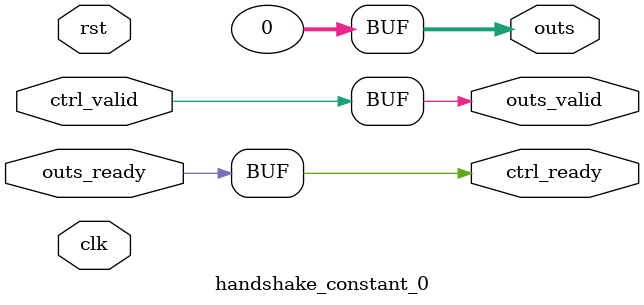
<source format=v>
`timescale 1ns / 1ps
module handshake_constant_0 #(
  parameter DATA_WIDTH = 32  // Default set to 32 bits
) (
  input                       clk,
  input                       rst,
  // Input Channel
  input                       ctrl_valid,
  output                      ctrl_ready,
  // Output Channel
  output [DATA_WIDTH - 1 : 0] outs,
  output                      outs_valid,
  input                       outs_ready
);
  assign outs       = 1'b0;
  assign outs_valid = ctrl_valid;
  assign ctrl_ready = outs_ready;

endmodule

</source>
